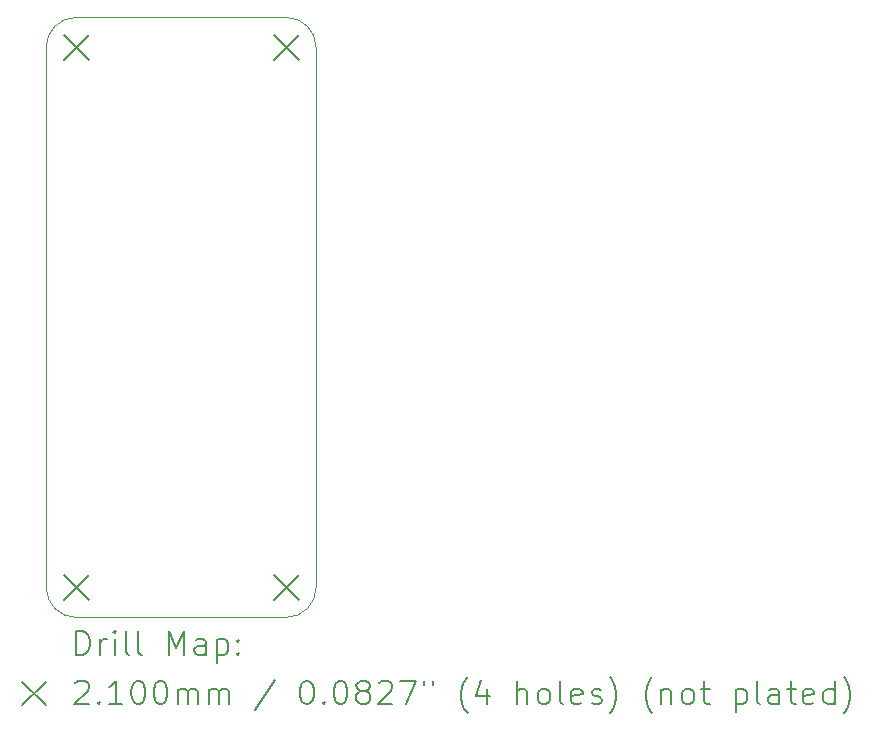
<source format=gbr>
%TF.GenerationSoftware,KiCad,Pcbnew,7.0.9*%
%TF.CreationDate,2023-12-25T10:03:38-05:00*%
%TF.ProjectId,pcb_ac_interface,7063625f-6163-45f6-996e-746572666163,rev?*%
%TF.SameCoordinates,Original*%
%TF.FileFunction,Drillmap*%
%TF.FilePolarity,Positive*%
%FSLAX45Y45*%
G04 Gerber Fmt 4.5, Leading zero omitted, Abs format (unit mm)*
G04 Created by KiCad (PCBNEW 7.0.9) date 2023-12-25 10:03:38*
%MOMM*%
%LPD*%
G01*
G04 APERTURE LIST*
%ADD10C,0.100000*%
%ADD11C,0.200000*%
%ADD12C,0.210000*%
G04 APERTURE END LIST*
D10*
X14859000Y-11430000D02*
X13081000Y-11430000D01*
X15113000Y-6604000D02*
X15113000Y-11176000D01*
X13081000Y-6350000D02*
X14859000Y-6350000D01*
X12827000Y-11176000D02*
X12827000Y-6604000D01*
X13081000Y-6350000D02*
G75*
G03*
X12827000Y-6604000I0J-254000D01*
G01*
X12827000Y-11176000D02*
G75*
G03*
X13081000Y-11430000I254000J0D01*
G01*
X14859000Y-11430000D02*
G75*
G03*
X15113000Y-11176000I0J254000D01*
G01*
X15113000Y-6604000D02*
G75*
G03*
X14859000Y-6350000I-254000J0D01*
G01*
D11*
D12*
X12976000Y-6499000D02*
X13186000Y-6709000D01*
X13186000Y-6499000D02*
X12976000Y-6709000D01*
X12976000Y-11071000D02*
X13186000Y-11281000D01*
X13186000Y-11071000D02*
X12976000Y-11281000D01*
X14754000Y-6499000D02*
X14964000Y-6709000D01*
X14964000Y-6499000D02*
X14754000Y-6709000D01*
X14754000Y-11071000D02*
X14964000Y-11281000D01*
X14964000Y-11071000D02*
X14754000Y-11281000D01*
D11*
X13082777Y-11746484D02*
X13082777Y-11546484D01*
X13082777Y-11546484D02*
X13130396Y-11546484D01*
X13130396Y-11546484D02*
X13158967Y-11556008D01*
X13158967Y-11556008D02*
X13178015Y-11575055D01*
X13178015Y-11575055D02*
X13187539Y-11594103D01*
X13187539Y-11594103D02*
X13197062Y-11632198D01*
X13197062Y-11632198D02*
X13197062Y-11660769D01*
X13197062Y-11660769D02*
X13187539Y-11698865D01*
X13187539Y-11698865D02*
X13178015Y-11717912D01*
X13178015Y-11717912D02*
X13158967Y-11736960D01*
X13158967Y-11736960D02*
X13130396Y-11746484D01*
X13130396Y-11746484D02*
X13082777Y-11746484D01*
X13282777Y-11746484D02*
X13282777Y-11613150D01*
X13282777Y-11651246D02*
X13292301Y-11632198D01*
X13292301Y-11632198D02*
X13301824Y-11622674D01*
X13301824Y-11622674D02*
X13320872Y-11613150D01*
X13320872Y-11613150D02*
X13339920Y-11613150D01*
X13406586Y-11746484D02*
X13406586Y-11613150D01*
X13406586Y-11546484D02*
X13397062Y-11556008D01*
X13397062Y-11556008D02*
X13406586Y-11565531D01*
X13406586Y-11565531D02*
X13416110Y-11556008D01*
X13416110Y-11556008D02*
X13406586Y-11546484D01*
X13406586Y-11546484D02*
X13406586Y-11565531D01*
X13530396Y-11746484D02*
X13511348Y-11736960D01*
X13511348Y-11736960D02*
X13501824Y-11717912D01*
X13501824Y-11717912D02*
X13501824Y-11546484D01*
X13635158Y-11746484D02*
X13616110Y-11736960D01*
X13616110Y-11736960D02*
X13606586Y-11717912D01*
X13606586Y-11717912D02*
X13606586Y-11546484D01*
X13863729Y-11746484D02*
X13863729Y-11546484D01*
X13863729Y-11546484D02*
X13930396Y-11689341D01*
X13930396Y-11689341D02*
X13997062Y-11546484D01*
X13997062Y-11546484D02*
X13997062Y-11746484D01*
X14178015Y-11746484D02*
X14178015Y-11641722D01*
X14178015Y-11641722D02*
X14168491Y-11622674D01*
X14168491Y-11622674D02*
X14149443Y-11613150D01*
X14149443Y-11613150D02*
X14111348Y-11613150D01*
X14111348Y-11613150D02*
X14092301Y-11622674D01*
X14178015Y-11736960D02*
X14158967Y-11746484D01*
X14158967Y-11746484D02*
X14111348Y-11746484D01*
X14111348Y-11746484D02*
X14092301Y-11736960D01*
X14092301Y-11736960D02*
X14082777Y-11717912D01*
X14082777Y-11717912D02*
X14082777Y-11698865D01*
X14082777Y-11698865D02*
X14092301Y-11679817D01*
X14092301Y-11679817D02*
X14111348Y-11670293D01*
X14111348Y-11670293D02*
X14158967Y-11670293D01*
X14158967Y-11670293D02*
X14178015Y-11660769D01*
X14273253Y-11613150D02*
X14273253Y-11813150D01*
X14273253Y-11622674D02*
X14292301Y-11613150D01*
X14292301Y-11613150D02*
X14330396Y-11613150D01*
X14330396Y-11613150D02*
X14349443Y-11622674D01*
X14349443Y-11622674D02*
X14358967Y-11632198D01*
X14358967Y-11632198D02*
X14368491Y-11651246D01*
X14368491Y-11651246D02*
X14368491Y-11708388D01*
X14368491Y-11708388D02*
X14358967Y-11727436D01*
X14358967Y-11727436D02*
X14349443Y-11736960D01*
X14349443Y-11736960D02*
X14330396Y-11746484D01*
X14330396Y-11746484D02*
X14292301Y-11746484D01*
X14292301Y-11746484D02*
X14273253Y-11736960D01*
X14454205Y-11727436D02*
X14463729Y-11736960D01*
X14463729Y-11736960D02*
X14454205Y-11746484D01*
X14454205Y-11746484D02*
X14444682Y-11736960D01*
X14444682Y-11736960D02*
X14454205Y-11727436D01*
X14454205Y-11727436D02*
X14454205Y-11746484D01*
X14454205Y-11622674D02*
X14463729Y-11632198D01*
X14463729Y-11632198D02*
X14454205Y-11641722D01*
X14454205Y-11641722D02*
X14444682Y-11632198D01*
X14444682Y-11632198D02*
X14454205Y-11622674D01*
X14454205Y-11622674D02*
X14454205Y-11641722D01*
X12622000Y-11975000D02*
X12822000Y-12175000D01*
X12822000Y-11975000D02*
X12622000Y-12175000D01*
X13073253Y-11985531D02*
X13082777Y-11976008D01*
X13082777Y-11976008D02*
X13101824Y-11966484D01*
X13101824Y-11966484D02*
X13149443Y-11966484D01*
X13149443Y-11966484D02*
X13168491Y-11976008D01*
X13168491Y-11976008D02*
X13178015Y-11985531D01*
X13178015Y-11985531D02*
X13187539Y-12004579D01*
X13187539Y-12004579D02*
X13187539Y-12023627D01*
X13187539Y-12023627D02*
X13178015Y-12052198D01*
X13178015Y-12052198D02*
X13063729Y-12166484D01*
X13063729Y-12166484D02*
X13187539Y-12166484D01*
X13273253Y-12147436D02*
X13282777Y-12156960D01*
X13282777Y-12156960D02*
X13273253Y-12166484D01*
X13273253Y-12166484D02*
X13263729Y-12156960D01*
X13263729Y-12156960D02*
X13273253Y-12147436D01*
X13273253Y-12147436D02*
X13273253Y-12166484D01*
X13473253Y-12166484D02*
X13358967Y-12166484D01*
X13416110Y-12166484D02*
X13416110Y-11966484D01*
X13416110Y-11966484D02*
X13397062Y-11995055D01*
X13397062Y-11995055D02*
X13378015Y-12014103D01*
X13378015Y-12014103D02*
X13358967Y-12023627D01*
X13597062Y-11966484D02*
X13616110Y-11966484D01*
X13616110Y-11966484D02*
X13635158Y-11976008D01*
X13635158Y-11976008D02*
X13644682Y-11985531D01*
X13644682Y-11985531D02*
X13654205Y-12004579D01*
X13654205Y-12004579D02*
X13663729Y-12042674D01*
X13663729Y-12042674D02*
X13663729Y-12090293D01*
X13663729Y-12090293D02*
X13654205Y-12128388D01*
X13654205Y-12128388D02*
X13644682Y-12147436D01*
X13644682Y-12147436D02*
X13635158Y-12156960D01*
X13635158Y-12156960D02*
X13616110Y-12166484D01*
X13616110Y-12166484D02*
X13597062Y-12166484D01*
X13597062Y-12166484D02*
X13578015Y-12156960D01*
X13578015Y-12156960D02*
X13568491Y-12147436D01*
X13568491Y-12147436D02*
X13558967Y-12128388D01*
X13558967Y-12128388D02*
X13549443Y-12090293D01*
X13549443Y-12090293D02*
X13549443Y-12042674D01*
X13549443Y-12042674D02*
X13558967Y-12004579D01*
X13558967Y-12004579D02*
X13568491Y-11985531D01*
X13568491Y-11985531D02*
X13578015Y-11976008D01*
X13578015Y-11976008D02*
X13597062Y-11966484D01*
X13787539Y-11966484D02*
X13806586Y-11966484D01*
X13806586Y-11966484D02*
X13825634Y-11976008D01*
X13825634Y-11976008D02*
X13835158Y-11985531D01*
X13835158Y-11985531D02*
X13844682Y-12004579D01*
X13844682Y-12004579D02*
X13854205Y-12042674D01*
X13854205Y-12042674D02*
X13854205Y-12090293D01*
X13854205Y-12090293D02*
X13844682Y-12128388D01*
X13844682Y-12128388D02*
X13835158Y-12147436D01*
X13835158Y-12147436D02*
X13825634Y-12156960D01*
X13825634Y-12156960D02*
X13806586Y-12166484D01*
X13806586Y-12166484D02*
X13787539Y-12166484D01*
X13787539Y-12166484D02*
X13768491Y-12156960D01*
X13768491Y-12156960D02*
X13758967Y-12147436D01*
X13758967Y-12147436D02*
X13749443Y-12128388D01*
X13749443Y-12128388D02*
X13739920Y-12090293D01*
X13739920Y-12090293D02*
X13739920Y-12042674D01*
X13739920Y-12042674D02*
X13749443Y-12004579D01*
X13749443Y-12004579D02*
X13758967Y-11985531D01*
X13758967Y-11985531D02*
X13768491Y-11976008D01*
X13768491Y-11976008D02*
X13787539Y-11966484D01*
X13939920Y-12166484D02*
X13939920Y-12033150D01*
X13939920Y-12052198D02*
X13949443Y-12042674D01*
X13949443Y-12042674D02*
X13968491Y-12033150D01*
X13968491Y-12033150D02*
X13997063Y-12033150D01*
X13997063Y-12033150D02*
X14016110Y-12042674D01*
X14016110Y-12042674D02*
X14025634Y-12061722D01*
X14025634Y-12061722D02*
X14025634Y-12166484D01*
X14025634Y-12061722D02*
X14035158Y-12042674D01*
X14035158Y-12042674D02*
X14054205Y-12033150D01*
X14054205Y-12033150D02*
X14082777Y-12033150D01*
X14082777Y-12033150D02*
X14101824Y-12042674D01*
X14101824Y-12042674D02*
X14111348Y-12061722D01*
X14111348Y-12061722D02*
X14111348Y-12166484D01*
X14206586Y-12166484D02*
X14206586Y-12033150D01*
X14206586Y-12052198D02*
X14216110Y-12042674D01*
X14216110Y-12042674D02*
X14235158Y-12033150D01*
X14235158Y-12033150D02*
X14263729Y-12033150D01*
X14263729Y-12033150D02*
X14282777Y-12042674D01*
X14282777Y-12042674D02*
X14292301Y-12061722D01*
X14292301Y-12061722D02*
X14292301Y-12166484D01*
X14292301Y-12061722D02*
X14301824Y-12042674D01*
X14301824Y-12042674D02*
X14320872Y-12033150D01*
X14320872Y-12033150D02*
X14349443Y-12033150D01*
X14349443Y-12033150D02*
X14368491Y-12042674D01*
X14368491Y-12042674D02*
X14378015Y-12061722D01*
X14378015Y-12061722D02*
X14378015Y-12166484D01*
X14768491Y-11956960D02*
X14597063Y-12214103D01*
X15025634Y-11966484D02*
X15044682Y-11966484D01*
X15044682Y-11966484D02*
X15063729Y-11976008D01*
X15063729Y-11976008D02*
X15073253Y-11985531D01*
X15073253Y-11985531D02*
X15082777Y-12004579D01*
X15082777Y-12004579D02*
X15092301Y-12042674D01*
X15092301Y-12042674D02*
X15092301Y-12090293D01*
X15092301Y-12090293D02*
X15082777Y-12128388D01*
X15082777Y-12128388D02*
X15073253Y-12147436D01*
X15073253Y-12147436D02*
X15063729Y-12156960D01*
X15063729Y-12156960D02*
X15044682Y-12166484D01*
X15044682Y-12166484D02*
X15025634Y-12166484D01*
X15025634Y-12166484D02*
X15006586Y-12156960D01*
X15006586Y-12156960D02*
X14997063Y-12147436D01*
X14997063Y-12147436D02*
X14987539Y-12128388D01*
X14987539Y-12128388D02*
X14978015Y-12090293D01*
X14978015Y-12090293D02*
X14978015Y-12042674D01*
X14978015Y-12042674D02*
X14987539Y-12004579D01*
X14987539Y-12004579D02*
X14997063Y-11985531D01*
X14997063Y-11985531D02*
X15006586Y-11976008D01*
X15006586Y-11976008D02*
X15025634Y-11966484D01*
X15178015Y-12147436D02*
X15187539Y-12156960D01*
X15187539Y-12156960D02*
X15178015Y-12166484D01*
X15178015Y-12166484D02*
X15168491Y-12156960D01*
X15168491Y-12156960D02*
X15178015Y-12147436D01*
X15178015Y-12147436D02*
X15178015Y-12166484D01*
X15311348Y-11966484D02*
X15330396Y-11966484D01*
X15330396Y-11966484D02*
X15349444Y-11976008D01*
X15349444Y-11976008D02*
X15358967Y-11985531D01*
X15358967Y-11985531D02*
X15368491Y-12004579D01*
X15368491Y-12004579D02*
X15378015Y-12042674D01*
X15378015Y-12042674D02*
X15378015Y-12090293D01*
X15378015Y-12090293D02*
X15368491Y-12128388D01*
X15368491Y-12128388D02*
X15358967Y-12147436D01*
X15358967Y-12147436D02*
X15349444Y-12156960D01*
X15349444Y-12156960D02*
X15330396Y-12166484D01*
X15330396Y-12166484D02*
X15311348Y-12166484D01*
X15311348Y-12166484D02*
X15292301Y-12156960D01*
X15292301Y-12156960D02*
X15282777Y-12147436D01*
X15282777Y-12147436D02*
X15273253Y-12128388D01*
X15273253Y-12128388D02*
X15263729Y-12090293D01*
X15263729Y-12090293D02*
X15263729Y-12042674D01*
X15263729Y-12042674D02*
X15273253Y-12004579D01*
X15273253Y-12004579D02*
X15282777Y-11985531D01*
X15282777Y-11985531D02*
X15292301Y-11976008D01*
X15292301Y-11976008D02*
X15311348Y-11966484D01*
X15492301Y-12052198D02*
X15473253Y-12042674D01*
X15473253Y-12042674D02*
X15463729Y-12033150D01*
X15463729Y-12033150D02*
X15454206Y-12014103D01*
X15454206Y-12014103D02*
X15454206Y-12004579D01*
X15454206Y-12004579D02*
X15463729Y-11985531D01*
X15463729Y-11985531D02*
X15473253Y-11976008D01*
X15473253Y-11976008D02*
X15492301Y-11966484D01*
X15492301Y-11966484D02*
X15530396Y-11966484D01*
X15530396Y-11966484D02*
X15549444Y-11976008D01*
X15549444Y-11976008D02*
X15558967Y-11985531D01*
X15558967Y-11985531D02*
X15568491Y-12004579D01*
X15568491Y-12004579D02*
X15568491Y-12014103D01*
X15568491Y-12014103D02*
X15558967Y-12033150D01*
X15558967Y-12033150D02*
X15549444Y-12042674D01*
X15549444Y-12042674D02*
X15530396Y-12052198D01*
X15530396Y-12052198D02*
X15492301Y-12052198D01*
X15492301Y-12052198D02*
X15473253Y-12061722D01*
X15473253Y-12061722D02*
X15463729Y-12071246D01*
X15463729Y-12071246D02*
X15454206Y-12090293D01*
X15454206Y-12090293D02*
X15454206Y-12128388D01*
X15454206Y-12128388D02*
X15463729Y-12147436D01*
X15463729Y-12147436D02*
X15473253Y-12156960D01*
X15473253Y-12156960D02*
X15492301Y-12166484D01*
X15492301Y-12166484D02*
X15530396Y-12166484D01*
X15530396Y-12166484D02*
X15549444Y-12156960D01*
X15549444Y-12156960D02*
X15558967Y-12147436D01*
X15558967Y-12147436D02*
X15568491Y-12128388D01*
X15568491Y-12128388D02*
X15568491Y-12090293D01*
X15568491Y-12090293D02*
X15558967Y-12071246D01*
X15558967Y-12071246D02*
X15549444Y-12061722D01*
X15549444Y-12061722D02*
X15530396Y-12052198D01*
X15644682Y-11985531D02*
X15654206Y-11976008D01*
X15654206Y-11976008D02*
X15673253Y-11966484D01*
X15673253Y-11966484D02*
X15720872Y-11966484D01*
X15720872Y-11966484D02*
X15739920Y-11976008D01*
X15739920Y-11976008D02*
X15749444Y-11985531D01*
X15749444Y-11985531D02*
X15758967Y-12004579D01*
X15758967Y-12004579D02*
X15758967Y-12023627D01*
X15758967Y-12023627D02*
X15749444Y-12052198D01*
X15749444Y-12052198D02*
X15635158Y-12166484D01*
X15635158Y-12166484D02*
X15758967Y-12166484D01*
X15825634Y-11966484D02*
X15958967Y-11966484D01*
X15958967Y-11966484D02*
X15873253Y-12166484D01*
X16025634Y-11966484D02*
X16025634Y-12004579D01*
X16101825Y-11966484D02*
X16101825Y-12004579D01*
X16397063Y-12242674D02*
X16387539Y-12233150D01*
X16387539Y-12233150D02*
X16368491Y-12204579D01*
X16368491Y-12204579D02*
X16358968Y-12185531D01*
X16358968Y-12185531D02*
X16349444Y-12156960D01*
X16349444Y-12156960D02*
X16339920Y-12109341D01*
X16339920Y-12109341D02*
X16339920Y-12071246D01*
X16339920Y-12071246D02*
X16349444Y-12023627D01*
X16349444Y-12023627D02*
X16358968Y-11995055D01*
X16358968Y-11995055D02*
X16368491Y-11976008D01*
X16368491Y-11976008D02*
X16387539Y-11947436D01*
X16387539Y-11947436D02*
X16397063Y-11937912D01*
X16558968Y-12033150D02*
X16558968Y-12166484D01*
X16511348Y-11956960D02*
X16463729Y-12099817D01*
X16463729Y-12099817D02*
X16587539Y-12099817D01*
X16816111Y-12166484D02*
X16816111Y-11966484D01*
X16901825Y-12166484D02*
X16901825Y-12061722D01*
X16901825Y-12061722D02*
X16892301Y-12042674D01*
X16892301Y-12042674D02*
X16873253Y-12033150D01*
X16873253Y-12033150D02*
X16844682Y-12033150D01*
X16844682Y-12033150D02*
X16825634Y-12042674D01*
X16825634Y-12042674D02*
X16816111Y-12052198D01*
X17025634Y-12166484D02*
X17006587Y-12156960D01*
X17006587Y-12156960D02*
X16997063Y-12147436D01*
X16997063Y-12147436D02*
X16987539Y-12128388D01*
X16987539Y-12128388D02*
X16987539Y-12071246D01*
X16987539Y-12071246D02*
X16997063Y-12052198D01*
X16997063Y-12052198D02*
X17006587Y-12042674D01*
X17006587Y-12042674D02*
X17025634Y-12033150D01*
X17025634Y-12033150D02*
X17054206Y-12033150D01*
X17054206Y-12033150D02*
X17073253Y-12042674D01*
X17073253Y-12042674D02*
X17082777Y-12052198D01*
X17082777Y-12052198D02*
X17092301Y-12071246D01*
X17092301Y-12071246D02*
X17092301Y-12128388D01*
X17092301Y-12128388D02*
X17082777Y-12147436D01*
X17082777Y-12147436D02*
X17073253Y-12156960D01*
X17073253Y-12156960D02*
X17054206Y-12166484D01*
X17054206Y-12166484D02*
X17025634Y-12166484D01*
X17206587Y-12166484D02*
X17187539Y-12156960D01*
X17187539Y-12156960D02*
X17178015Y-12137912D01*
X17178015Y-12137912D02*
X17178015Y-11966484D01*
X17358968Y-12156960D02*
X17339920Y-12166484D01*
X17339920Y-12166484D02*
X17301825Y-12166484D01*
X17301825Y-12166484D02*
X17282777Y-12156960D01*
X17282777Y-12156960D02*
X17273253Y-12137912D01*
X17273253Y-12137912D02*
X17273253Y-12061722D01*
X17273253Y-12061722D02*
X17282777Y-12042674D01*
X17282777Y-12042674D02*
X17301825Y-12033150D01*
X17301825Y-12033150D02*
X17339920Y-12033150D01*
X17339920Y-12033150D02*
X17358968Y-12042674D01*
X17358968Y-12042674D02*
X17368492Y-12061722D01*
X17368492Y-12061722D02*
X17368492Y-12080769D01*
X17368492Y-12080769D02*
X17273253Y-12099817D01*
X17444682Y-12156960D02*
X17463730Y-12166484D01*
X17463730Y-12166484D02*
X17501825Y-12166484D01*
X17501825Y-12166484D02*
X17520873Y-12156960D01*
X17520873Y-12156960D02*
X17530396Y-12137912D01*
X17530396Y-12137912D02*
X17530396Y-12128388D01*
X17530396Y-12128388D02*
X17520873Y-12109341D01*
X17520873Y-12109341D02*
X17501825Y-12099817D01*
X17501825Y-12099817D02*
X17473253Y-12099817D01*
X17473253Y-12099817D02*
X17454206Y-12090293D01*
X17454206Y-12090293D02*
X17444682Y-12071246D01*
X17444682Y-12071246D02*
X17444682Y-12061722D01*
X17444682Y-12061722D02*
X17454206Y-12042674D01*
X17454206Y-12042674D02*
X17473253Y-12033150D01*
X17473253Y-12033150D02*
X17501825Y-12033150D01*
X17501825Y-12033150D02*
X17520873Y-12042674D01*
X17597063Y-12242674D02*
X17606587Y-12233150D01*
X17606587Y-12233150D02*
X17625634Y-12204579D01*
X17625634Y-12204579D02*
X17635158Y-12185531D01*
X17635158Y-12185531D02*
X17644682Y-12156960D01*
X17644682Y-12156960D02*
X17654206Y-12109341D01*
X17654206Y-12109341D02*
X17654206Y-12071246D01*
X17654206Y-12071246D02*
X17644682Y-12023627D01*
X17644682Y-12023627D02*
X17635158Y-11995055D01*
X17635158Y-11995055D02*
X17625634Y-11976008D01*
X17625634Y-11976008D02*
X17606587Y-11947436D01*
X17606587Y-11947436D02*
X17597063Y-11937912D01*
X17958968Y-12242674D02*
X17949444Y-12233150D01*
X17949444Y-12233150D02*
X17930396Y-12204579D01*
X17930396Y-12204579D02*
X17920873Y-12185531D01*
X17920873Y-12185531D02*
X17911349Y-12156960D01*
X17911349Y-12156960D02*
X17901825Y-12109341D01*
X17901825Y-12109341D02*
X17901825Y-12071246D01*
X17901825Y-12071246D02*
X17911349Y-12023627D01*
X17911349Y-12023627D02*
X17920873Y-11995055D01*
X17920873Y-11995055D02*
X17930396Y-11976008D01*
X17930396Y-11976008D02*
X17949444Y-11947436D01*
X17949444Y-11947436D02*
X17958968Y-11937912D01*
X18035158Y-12033150D02*
X18035158Y-12166484D01*
X18035158Y-12052198D02*
X18044682Y-12042674D01*
X18044682Y-12042674D02*
X18063730Y-12033150D01*
X18063730Y-12033150D02*
X18092301Y-12033150D01*
X18092301Y-12033150D02*
X18111349Y-12042674D01*
X18111349Y-12042674D02*
X18120873Y-12061722D01*
X18120873Y-12061722D02*
X18120873Y-12166484D01*
X18244682Y-12166484D02*
X18225634Y-12156960D01*
X18225634Y-12156960D02*
X18216111Y-12147436D01*
X18216111Y-12147436D02*
X18206587Y-12128388D01*
X18206587Y-12128388D02*
X18206587Y-12071246D01*
X18206587Y-12071246D02*
X18216111Y-12052198D01*
X18216111Y-12052198D02*
X18225634Y-12042674D01*
X18225634Y-12042674D02*
X18244682Y-12033150D01*
X18244682Y-12033150D02*
X18273254Y-12033150D01*
X18273254Y-12033150D02*
X18292301Y-12042674D01*
X18292301Y-12042674D02*
X18301825Y-12052198D01*
X18301825Y-12052198D02*
X18311349Y-12071246D01*
X18311349Y-12071246D02*
X18311349Y-12128388D01*
X18311349Y-12128388D02*
X18301825Y-12147436D01*
X18301825Y-12147436D02*
X18292301Y-12156960D01*
X18292301Y-12156960D02*
X18273254Y-12166484D01*
X18273254Y-12166484D02*
X18244682Y-12166484D01*
X18368492Y-12033150D02*
X18444682Y-12033150D01*
X18397063Y-11966484D02*
X18397063Y-12137912D01*
X18397063Y-12137912D02*
X18406587Y-12156960D01*
X18406587Y-12156960D02*
X18425634Y-12166484D01*
X18425634Y-12166484D02*
X18444682Y-12166484D01*
X18663730Y-12033150D02*
X18663730Y-12233150D01*
X18663730Y-12042674D02*
X18682777Y-12033150D01*
X18682777Y-12033150D02*
X18720873Y-12033150D01*
X18720873Y-12033150D02*
X18739920Y-12042674D01*
X18739920Y-12042674D02*
X18749444Y-12052198D01*
X18749444Y-12052198D02*
X18758968Y-12071246D01*
X18758968Y-12071246D02*
X18758968Y-12128388D01*
X18758968Y-12128388D02*
X18749444Y-12147436D01*
X18749444Y-12147436D02*
X18739920Y-12156960D01*
X18739920Y-12156960D02*
X18720873Y-12166484D01*
X18720873Y-12166484D02*
X18682777Y-12166484D01*
X18682777Y-12166484D02*
X18663730Y-12156960D01*
X18873254Y-12166484D02*
X18854206Y-12156960D01*
X18854206Y-12156960D02*
X18844682Y-12137912D01*
X18844682Y-12137912D02*
X18844682Y-11966484D01*
X19035158Y-12166484D02*
X19035158Y-12061722D01*
X19035158Y-12061722D02*
X19025635Y-12042674D01*
X19025635Y-12042674D02*
X19006587Y-12033150D01*
X19006587Y-12033150D02*
X18968492Y-12033150D01*
X18968492Y-12033150D02*
X18949444Y-12042674D01*
X19035158Y-12156960D02*
X19016111Y-12166484D01*
X19016111Y-12166484D02*
X18968492Y-12166484D01*
X18968492Y-12166484D02*
X18949444Y-12156960D01*
X18949444Y-12156960D02*
X18939920Y-12137912D01*
X18939920Y-12137912D02*
X18939920Y-12118865D01*
X18939920Y-12118865D02*
X18949444Y-12099817D01*
X18949444Y-12099817D02*
X18968492Y-12090293D01*
X18968492Y-12090293D02*
X19016111Y-12090293D01*
X19016111Y-12090293D02*
X19035158Y-12080769D01*
X19101825Y-12033150D02*
X19178015Y-12033150D01*
X19130396Y-11966484D02*
X19130396Y-12137912D01*
X19130396Y-12137912D02*
X19139920Y-12156960D01*
X19139920Y-12156960D02*
X19158968Y-12166484D01*
X19158968Y-12166484D02*
X19178015Y-12166484D01*
X19320873Y-12156960D02*
X19301825Y-12166484D01*
X19301825Y-12166484D02*
X19263730Y-12166484D01*
X19263730Y-12166484D02*
X19244682Y-12156960D01*
X19244682Y-12156960D02*
X19235158Y-12137912D01*
X19235158Y-12137912D02*
X19235158Y-12061722D01*
X19235158Y-12061722D02*
X19244682Y-12042674D01*
X19244682Y-12042674D02*
X19263730Y-12033150D01*
X19263730Y-12033150D02*
X19301825Y-12033150D01*
X19301825Y-12033150D02*
X19320873Y-12042674D01*
X19320873Y-12042674D02*
X19330396Y-12061722D01*
X19330396Y-12061722D02*
X19330396Y-12080769D01*
X19330396Y-12080769D02*
X19235158Y-12099817D01*
X19501825Y-12166484D02*
X19501825Y-11966484D01*
X19501825Y-12156960D02*
X19482777Y-12166484D01*
X19482777Y-12166484D02*
X19444682Y-12166484D01*
X19444682Y-12166484D02*
X19425635Y-12156960D01*
X19425635Y-12156960D02*
X19416111Y-12147436D01*
X19416111Y-12147436D02*
X19406587Y-12128388D01*
X19406587Y-12128388D02*
X19406587Y-12071246D01*
X19406587Y-12071246D02*
X19416111Y-12052198D01*
X19416111Y-12052198D02*
X19425635Y-12042674D01*
X19425635Y-12042674D02*
X19444682Y-12033150D01*
X19444682Y-12033150D02*
X19482777Y-12033150D01*
X19482777Y-12033150D02*
X19501825Y-12042674D01*
X19578016Y-12242674D02*
X19587539Y-12233150D01*
X19587539Y-12233150D02*
X19606587Y-12204579D01*
X19606587Y-12204579D02*
X19616111Y-12185531D01*
X19616111Y-12185531D02*
X19625635Y-12156960D01*
X19625635Y-12156960D02*
X19635158Y-12109341D01*
X19635158Y-12109341D02*
X19635158Y-12071246D01*
X19635158Y-12071246D02*
X19625635Y-12023627D01*
X19625635Y-12023627D02*
X19616111Y-11995055D01*
X19616111Y-11995055D02*
X19606587Y-11976008D01*
X19606587Y-11976008D02*
X19587539Y-11947436D01*
X19587539Y-11947436D02*
X19578016Y-11937912D01*
M02*

</source>
